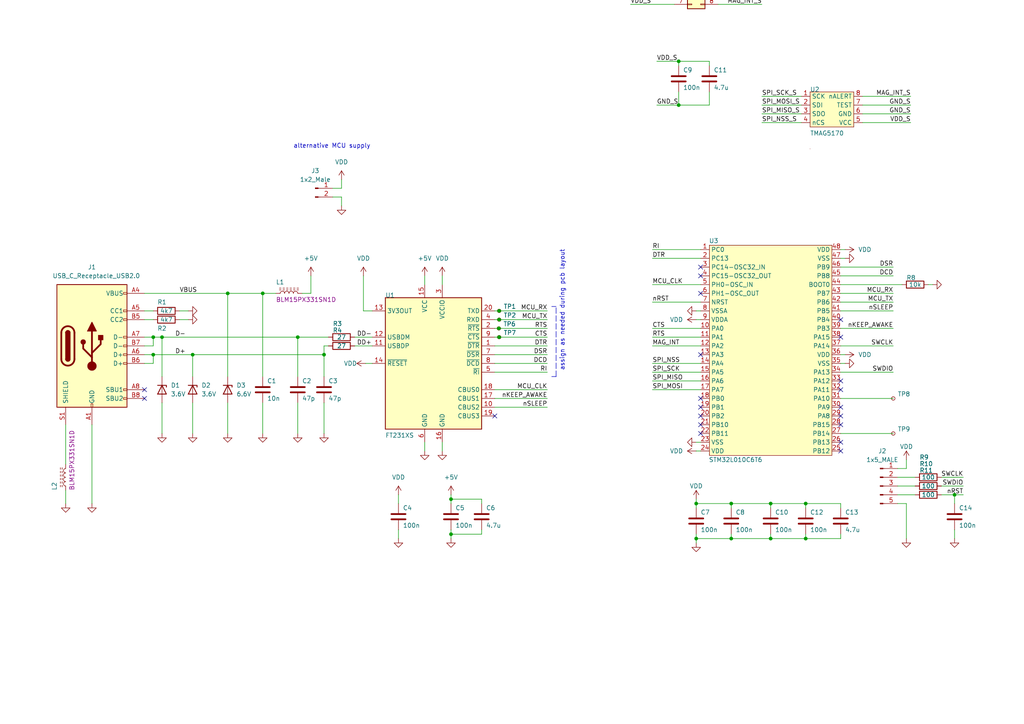
<source format=kicad_sch>
(kicad_sch (version 20211123) (generator eeschema)
  (paper "A4")
  (title_block (title "USB magnetometer") (date "2022-11-01") (rev "1.0") (company "AGH") (comment 1 "Wiktor Lechowicz"))
  (lib_symbols
    (symbol "Connector:Conn_01x02_Male" (pin_names (offset 1.016) hide)
      (property "Reference" "J" (at 0 2.54 0))
      (property "Value" "Conn_01x02_Male" (at 0 -5.08 0))
      (symbol "Conn_01x02_Male_1_1"
        (pin passive line (at 5.08 0 180) (length 3.81) (name "Pin_1") (number "1"))
        (pin passive line (at 5.08 -2.54 180) (length 3.81) (name "Pin_2") (number "2"))
      )
    )
    (symbol "Connector:Conn_01x05_Male" (pin_names (offset 1.016) hide)
      (property "Reference" "J" (at 0 7.62 0))
      (property "Value" "Conn_01x05_Male" (at 0 -7.62 0))
      (symbol "Conn_01x05_Male_1_1"
        (pin passive line (at 5.08 5.08 180) (length 3.81) (name "Pin_1") (number "1"))
        (pin passive line (at 5.08 2.54 180) (length 3.81) (name "Pin_2") (number "2"))
        (pin passive line (at 5.08 0 180) (length 3.81) (name "Pin_3") (number "3"))
        (pin passive line (at 5.08 -2.54 180) (length 3.81) (name "Pin_4") (number "4"))
        (pin passive line (at 5.08 -5.08 180) (length 3.81) (name "Pin_5") (number "5"))
      )
    )
    (symbol "Connector:TestPoint_Small" (pin_numbers hide) (pin_names (offset 0.762) hide)
      (property "Reference" "TP" (at 0 3.81 0))
      (property "Value" "TestPoint_Small" (at 0 2.032 0))
      (symbol "TestPoint_Small_1_1"
        (pin passive line (at 0 0 90) (length 0) (name "1") (number "1"))
      )
    )
    (symbol "Connector:USB_C_Receptacle_USB2.0" (pin_names (offset 1.016))
      (property "Reference" "J" (at -10.16 19.05 0))
      (property "Value" "USB_C_Receptacle_USB2.0" (at 19.05 19.05 0))
      (symbol "USB_C_Receptacle_USB2.0_1_1"
        (pin passive line (at 0 -22.86 90) (length 5.08) (name "GND") (number "A1"))
        (pin passive line (at 0 -22.86 90) (length 5.08) hide (name "GND") (number "A12"))
        (pin passive line (at 15.24 15.24 180) (length 5.08) (name "VBUS") (number "A4"))
        (pin bidirectional line (at 15.24 10.16 180) (length 5.08) (name "CC1") (number "A5"))
        (pin bidirectional line (at 15.24 -2.54 180) (length 5.08) (name "D+") (number "A6"))
        (pin bidirectional line (at 15.24 2.54 180) (length 5.08) (name "D-") (number "A7"))
        (pin bidirectional line (at 15.24 -12.7 180) (length 5.08) (name "SBU1") (number "A8"))
        (pin passive line (at 15.24 15.24 180) (length 5.08) hide (name "VBUS") (number "A9"))
        (pin passive line (at 0 -22.86 90) (length 5.08) hide (name "GND") (number "B1"))
        (pin passive line (at 0 -22.86 90) (length 5.08) hide (name "GND") (number "B12"))
        (pin passive line (at 15.24 15.24 180) (length 5.08) hide (name "VBUS") (number "B4"))
        (pin bidirectional line (at 15.24 7.62 180) (length 5.08) (name "CC2") (number "B5"))
        (pin bidirectional line (at 15.24 -5.08 180) (length 5.08) (name "D+") (number "B6"))
        (pin bidirectional line (at 15.24 0 180) (length 5.08) (name "D-") (number "B7"))
        (pin bidirectional line (at 15.24 -15.24 180) (length 5.08) (name "SBU2") (number "B8"))
        (pin passive line (at 15.24 15.24 180) (length 5.08) hide (name "VBUS") (number "B9"))
        (pin passive line (at -7.62 -22.86 90) (length 5.08) (name "SHIELD") (number "S1"))
      )
    )
    (symbol "Connector_Generic:Conn_02x04_Odd_Even" (pin_names (offset 1.016) hide)
      (property "Reference" "J" (at 1.27 5.08 0))
      (property "Value" "Conn_02x04_Odd_Even" (at 1.27 -7.62 0))
      (symbol "Conn_02x04_Odd_Even_1_1"
        (pin passive line (at -5.08 2.54 0) (length 3.81) (name "Pin_1") (number "1"))
        (pin passive line (at 7.62 2.54 180) (length 3.81) (name "Pin_2") (number "2"))
        (pin passive line (at -5.08 0 0) (length 3.81) (name "Pin_3") (number "3"))
        (pin passive line (at 7.62 0 180) (length 3.81) (name "Pin_4") (number "4"))
        (pin passive line (at -5.08 -2.54 0) (length 3.81) (name "Pin_5") (number "5"))
        (pin passive line (at 7.62 -2.54 180) (length 3.81) (name "Pin_6") (number "6"))
        (pin passive line (at -5.08 -5.08 0) (length 3.81) (name "Pin_7") (number "7"))
        (pin passive line (at 7.62 -5.08 180) (length 3.81) (name "Pin_8") (number "8"))
      )
    )
    (symbol "Device:C" (pin_numbers hide) (pin_names (offset 0.254))
      (property "Reference" "C" (at 0.635 2.54 0))
      (property "Value" "C" (at 0.635 -2.54 0))
      (symbol "C_1_1"
        (pin passive line (at 0 3.81 270) (length 2.794) (name "~") (number "1"))
        (pin passive line (at 0 -3.81 90) (length 2.794) (name "~") (number "2"))
      )
    )
    (symbol "Device:D_Zener" (pin_numbers hide) (pin_names (offset 1.016) hide)
      (property "Reference" "D" (at 0 2.54 0))
      (property "Value" "D_Zener" (at 0 -2.54 0))
      (symbol "D_Zener_1_1"
        (pin passive line (at -3.81 0 0) (length 2.54) (name "K") (number "1"))
        (pin passive line (at 3.81 0 180) (length 2.54) (name "A") (number "2"))
      )
    )
    (symbol "Device:L_Ferrite" (pin_numbers hide) (pin_names (offset 1.016) hide)
      (property "Reference" "L" (at -1.27 0 90))
      (property "Value" "L_Ferrite" (at 2.794 0 90))
      (symbol "L_Ferrite_1_1"
        (pin passive line (at 0 3.81 270) (length 1.27) (name "1") (number "1"))
        (pin passive line (at 0 -3.81 90) (length 1.27) (name "2") (number "2"))
      )
    )
    (symbol "Device:R" (pin_numbers hide) (pin_names (offset 0))
      (property "Reference" "R" (at 2.032 0 90))
      (property "Value" "R" (at 0 0 90))
      (symbol "R_1_1"
        (pin passive line (at 0 3.81 270) (length 1.27) (name "~") (number "1"))
        (pin passive line (at 0 -3.81 90) (length 1.27) (name "~") (number "2"))
      )
    )
    (symbol "Interface_USB:FT231XS"
      (property "Reference" "U" (at -13.97 20.32 0))
      (property "Value" "FT231XS" (at 7.62 20.32 0))
      (symbol "FT231XS_1_1"
        (pin output line (at 17.78 5.08 180) (length 3.81) (name "~{DTR}") (number "1"))
        (pin bidirectional line (at 17.78 -12.7 180) (length 3.81) (name "CBUS2") (number "10"))
        (pin bidirectional line (at -17.78 5.08 0) (length 3.81) (name "USBDP") (number "11"))
        (pin bidirectional line (at -17.78 7.62 0) (length 3.81) (name "USBDM") (number "12"))
        (pin power_out line (at -17.78 15.24 0) (length 3.81) (name "3V3OUT") (number "13"))
        (pin input line (at -17.78 0 0) (length 3.81) (name "~{RESET}") (number "14"))
        (pin power_in line (at -2.54 22.86 270) (length 3.81) (name "VCC") (number "15"))
        (pin power_in line (at 2.54 -22.86 90) (length 3.81) (name "GND") (number "16"))
        (pin bidirectional line (at 17.78 -10.16 180) (length 3.81) (name "CBUS1") (number "17"))
        (pin bidirectional line (at 17.78 -7.62 180) (length 3.81) (name "CBUS0") (number "18"))
        (pin bidirectional line (at 17.78 -15.24 180) (length 3.81) (name "CBUS3") (number "19"))
        (pin output line (at 17.78 10.16 180) (length 3.81) (name "~{RTS}") (number "2"))
        (pin output line (at 17.78 15.24 180) (length 3.81) (name "TXD") (number "20"))
        (pin power_in line (at 2.54 22.86 270) (length 3.81) (name "VCCIO") (number "3"))
        (pin input line (at 17.78 12.7 180) (length 3.81) (name "RXD") (number "4"))
        (pin input line (at 17.78 -2.54 180) (length 3.81) (name "~{RI}") (number "5"))
        (pin power_in line (at -2.54 -22.86 90) (length 3.81) (name "GND") (number "6"))
        (pin input line (at 17.78 2.54 180) (length 3.81) (name "~{DSR}") (number "7"))
        (pin input line (at 17.78 0 180) (length 3.81) (name "~{DCD}") (number "8"))
        (pin input line (at 17.78 7.62 180) (length 3.81) (name "~{CTS}") (number "9"))
      )
    )
    (symbol "power:+5V" (power) (pin_names (offset 0))
      (property "Value" "+5V" (at 0 3.556 0))
      (symbol "+5V_1_1"
        (pin power_in line (at 0 0 90) (length 0) hide (name "+5V") (number "1"))
      )
    )
    (symbol "power:GND" (power) (pin_names (offset 0))
      (property "Value" "GND" (at 0 -3.81 0))
      (symbol "GND_1_1"
        (pin power_in line (at 0 0 270) (length 0) hide (name "GND") (number "1"))
      )
    )
    (symbol "power:VDD" (power) (pin_names (offset 0))
      (property "Value" "VDD" (at 0 3.81 0))
      (symbol "VDD_1_1"
        (pin power_in line (at 0 0 90) (length 0) hide (name "VDD") (number "1"))
      )
    )
    (symbol "usb-magnetometer-lib:TMAG5170"
      (property "Reference" "U" (at -5.08 21.59 0))
      (property "Value" "TMAG5170" (at -5.08 8.89 0))
      (symbol "TMAG5170_1_1"
        (pin passive line (at -7.62 20.32 0) (length 2.54) (name "SCK") (number "1"))
        (pin passive line (at -7.62 17.78 0) (length 2.54) (name "SDI") (number "2"))
        (pin passive line (at -7.62 15.24 0) (length 2.54) (name "SDO") (number "3"))
        (pin passive line (at -7.62 12.7 0) (length 2.54) (name "nCS") (number "4"))
        (pin passive line (at 10.16 12.7 180) (length 2.54) (name "VCC") (number "5"))
        (pin passive line (at 10.16 15.24 180) (length 2.54) (name "GND") (number "6"))
        (pin passive line (at 10.16 17.78 180) (length 2.54) (name "TEST") (number "7"))
        (pin passive line (at 10.16 20.32 180) (length 2.54) (name "nALERT") (number "8"))
      )
    )
    (symbol "usb-magnetometer-lib:stm32l010c6t6"
      (property "Reference" "U" (at -16.51 30.48 0))
      (property "Value" "stm32l010c6t6" (at -16.51 -33.02 0))
      (symbol "stm32l010c6t6_1_1"
        (pin passive line (at -19.05 29.21 0) (length 2.54) (name "PC0") (number "1"))
        (pin passive line (at -19.05 6.35 0) (length 2.54) (name "PA0") (number "10"))
        (pin passive line (at -19.05 3.81 0) (length 2.54) (name "PA1") (number "11"))
        (pin passive line (at -19.05 1.27 0) (length 2.54) (name "PA2") (number "12"))
        (pin passive line (at -19.05 -1.27 0) (length 2.54) (name "PA3") (number "13"))
        (pin passive line (at -19.05 -3.81 0) (length 2.54) (name "PA4") (number "14"))
        (pin passive line (at -19.05 -6.35 0) (length 2.54) (name "PA5") (number "15"))
        (pin passive line (at -19.05 -8.89 0) (length 2.54) (name "PA6") (number "16"))
        (pin passive line (at -19.05 -11.43 0) (length 2.54) (name "PA7") (number "17"))
        (pin passive line (at -19.05 -13.97 0) (length 2.54) (name "PB0") (number "18"))
        (pin passive line (at -19.05 -16.51 0) (length 2.54) (name "PB1") (number "19"))
        (pin passive line (at -19.05 26.67 0) (length 2.54) (name "PC13") (number "2"))
        (pin passive line (at -19.05 -19.05 0) (length 2.54) (name "PB2") (number "20"))
        (pin passive line (at -19.05 -21.59 0) (length 2.54) (name "PB10") (number "21"))
        (pin passive line (at -19.05 -24.13 0) (length 2.54) (name "PB11") (number "22"))
        (pin passive line (at -19.05 -26.67 0) (length 2.54) (name "VSS") (number "23"))
        (pin passive line (at -19.05 -29.21 0) (length 2.54) (name "VDD") (number "24"))
        (pin passive line (at 21.59 -29.21 180) (length 2.54) (name "PB12") (number "25"))
        (pin passive line (at 21.59 -26.67 180) (length 2.54) (name "PB13") (number "26"))
        (pin passive line (at 21.59 -24.13 180) (length 2.54) (name "PB14") (number "27"))
        (pin passive line (at 21.59 -21.59 180) (length 2.54) (name "PB15") (number "28"))
        (pin passive line (at 21.59 -19.05 180) (length 2.54) (name "PA8") (number "29"))
        (pin passive line (at -19.05 24.13 0) (length 2.54) (name "PC14-OSC32_IN") (number "3"))
        (pin passive line (at 21.59 -16.51 180) (length 2.54) (name "PA9") (number "30"))
        (pin passive line (at 21.59 -13.97 180) (length 2.54) (name "PA10") (number "31"))
        (pin passive line (at 21.59 -11.43 180) (length 2.54) (name "PA11") (number "32"))
        (pin passive line (at 21.59 -8.89 180) (length 2.54) (name "PA12") (number "33"))
        (pin passive line (at 21.59 -6.35 180) (length 2.54) (name "PA13") (number "34"))
        (pin passive line (at 21.59 -3.81 180) (length 2.54) (name "VSS") (number "35"))
        (pin passive line (at 21.59 -1.27 180) (length 2.54) (name "VDD") (number "36"))
        (pin passive line (at 21.59 1.27 180) (length 2.54) (name "PA14") (number "37"))
        (pin passive line (at 21.59 3.81 180) (length 2.54) (name "PA15") (number "38"))
        (pin passive line (at 21.59 6.35 180) (length 2.54) (name "PB3") (number "39"))
        (pin passive line (at -19.05 21.59 0) (length 2.54) (name "PC15-OSC32_OUT") (number "4"))
        (pin passive line (at 21.59 8.89 180) (length 2.54) (name "PB4") (number "40"))
        (pin passive line (at 21.59 11.43 180) (length 2.54) (name "PB5") (number "41"))
        (pin passive line (at 21.59 13.97 180) (length 2.54) (name "PB6") (number "42"))
        (pin passive line (at 21.59 16.51 180) (length 2.54) (name "PB7") (number "43"))
        (pin passive line (at 21.59 19.05 180) (length 2.54) (name "BOOT0") (number "44"))
        (pin passive line (at 21.59 21.59 180) (length 2.54) (name "PB8") (number "45"))
        (pin passive line (at 21.59 24.13 180) (length 2.54) (name "PB9") (number "46"))
        (pin passive line (at 21.59 26.67 180) (length 2.54) (name "VSS") (number "47"))
        (pin passive line (at 21.59 29.21 180) (length 2.54) (name "VDD") (number "48"))
        (pin passive line (at -19.05 19.05 0) (length 2.54) (name "PH0-OSC_IN") (number "5"))
        (pin passive line (at -19.05 16.51 0) (length 2.54) (name "PH1-OSC_OUT") (number "6"))
        (pin passive line (at -19.05 13.97 0) (length 2.54) (name "NRST") (number "7"))
        (pin passive line (at -19.05 11.43 0) (length 2.54) (name "VSSA") (number "8"))
        (pin passive line (at -19.05 8.89 0) (length 2.54) (name "VDDA") (number "9"))
      )
    )
  )
  (junction (at 276.86 143.51))
  (junction (at 144.78 97.79))
  (junction (at 130.81 154.94))
  (junction (at 212.09 146.05))
  (junction (at 44.45 102.87))
  (junction (at 196.85 17.78))
  (junction (at 44.45 97.79))
  (junction (at 86.36 97.79))
  (junction (at 93.98 102.87))
  (junction (at 233.68 146.05))
  (junction (at 201.93 146.05))
  (junction (at 144.78 90.17))
  (junction (at 201.93 156.21))
  (junction (at 144.78 92.71))
  (junction (at 196.85 30.48))
  (junction (at 130.81 144.78))
  (junction (at 212.09 156.21))
  (junction (at 46.99 97.79))
  (junction (at 223.52 156.21))
  (junction (at 76.2 85.09))
  (junction (at 144.6877 95.25))
  (junction (at 223.52 146.05))
  (junction (at 233.68 156.21))
  (junction (at 66.04 85.09))
  (junction (at 55.88 102.87))
  (no_connect (at 243.84 110.49))
  (no_connect (at 243.84 118.11))
  (no_connect (at 143.51 120.65))
  (no_connect (at 243.84 120.65))
  (no_connect (at 203.2 85.09))
  (no_connect (at 243.84 92.71))
  (no_connect (at 243.84 97.79))
  (no_connect (at 203.2 115.57))
  (no_connect (at 203.2 120.65))
  (no_connect (at 203.2 125.73))
  (no_connect (at 243.84 113.03))
  (no_connect (at 203.2 102.87))
  (no_connect (at 243.84 128.27))
  (no_connect (at 203.2 77.47))
  (no_connect (at 203.2 80.01))
  (no_connect (at 203.2 123.19))
  (no_connect (at 41.91 113.03))
  (no_connect (at 243.84 123.19))
  (no_connect (at 203.2 118.11))
  (no_connect (at 243.84 130.81))
  (no_connect (at 41.91 115.57))
  (wire (pts (xy 201.93 92.71) (xy 203.2 92.71)))
  (wire (pts (xy 96.52 54.61) (xy 99.06 54.61)))
  (wire (pts (xy 223.52 146.05) (xy 223.52 147.32)))
  (wire (pts (xy 41.91 92.71) (xy 44.45 92.71)))
  (wire (pts (xy 220.98 27.94) (xy 232.41 27.94)))
  (wire (pts (xy 243.84 82.55) (xy 261.62 82.55)))
  (wire (pts (xy 205.74 17.78) (xy 205.74 19.05)))
  (wire (pts (xy 130.81 153.67) (xy 130.81 154.94)))
  (wire (pts (xy 260.35 143.51) (xy 265.43 143.51)))
  (wire (pts (xy 223.52 154.94) (xy 223.52 156.21)))
  (wire (pts (xy 243.84 102.87) (xy 245.11 102.87)))
  (wire (pts (xy 52.07 92.71) (xy 54.61 92.71)))
  (wire (pts (xy 143.51 92.71) (xy 144.78 92.71)))
  (wire (pts (xy 19.05 123.19) (xy 19.05 134.62)))
  (wire (pts (xy 143.51 97.79) (xy 144.78 97.79)))
  (wire (pts (xy 87.63 85.09) (xy 90.17 85.09)))
  (wire (pts (xy 46.99 97.79) (xy 86.36 97.79)))
  (wire (pts (xy 205.74 30.48) (xy 196.85 30.48)))
  (wire (pts (xy 81.28 -34.29) (xy 82.55 -34.29)))
  (wire (pts (xy 262.89 146.05) (xy 262.89 156.21)))
  (wire (pts (xy 201.93 130.81) (xy 203.2 130.81)))
  (wire (pts (xy 81.28 -36.83) (xy 92.71 -36.83)))
  (wire (pts (xy 96.52 57.15) (xy 99.06 57.15)))
  (wire (pts (xy 144.78 97.79) (xy 158.75 97.79)))
  (wire (pts (xy 208.28 1.27) (xy 220.98 1.27)))
  (wire (pts (xy 81.28 -31.75) (xy 82.55 -31.75)))
  (polyline (pts (xy 160.02 109.22) (xy 161.29 109.22)))
  (wire (pts (xy 81.28 -29.21) (xy 82.55 -29.21)))
  (wire (pts (xy 102.87 100.33) (xy 107.95 100.33)))
  (wire (pts (xy 76.2 85.09) (xy 76.2 109.22)))
  (wire (pts (xy 189.23 87.63) (xy 203.2 87.63)))
  (wire (pts (xy 139.7 144.78) (xy 139.7 146.05)))
  (wire (pts (xy 130.81 143.51) (xy 130.81 144.78)))
  (wire (pts (xy 190.5 30.48) (xy 196.85 30.48)))
  (wire (pts (xy 144.78 92.71) (xy 158.75 92.71)))
  (wire (pts (xy 189.23 74.93) (xy 203.2 74.93)))
  (wire (pts (xy 144.6877 95.25) (xy 158.75 95.25)))
  (wire (pts (xy 99.06 57.15) (xy 99.06 59.69)))
  (wire (pts (xy 66.04 85.09) (xy 76.2 85.09)))
  (wire (pts (xy 128.27 128.27) (xy 128.27 130.81)))
  (wire (pts (xy 201.93 147.32) (xy 201.93 146.05)))
  (wire (pts (xy 189.23 105.41) (xy 203.2 105.41)))
  (wire (pts (xy 46.99 97.79) (xy 46.99 109.22)))
  (wire (pts (xy 115.57 143.51) (xy 115.57 146.05)))
  (wire (pts (xy 182.88 -21.59) (xy 195.58 -21.59)))
  (wire (pts (xy 86.36 116.84) (xy 86.36 125.73)))
  (wire (pts (xy 105.41 80.01) (xy 105.41 90.17)))
  (wire (pts (xy 130.81 144.78) (xy 130.81 146.05)))
  (wire (pts (xy 52.07 90.17) (xy 54.61 90.17)))
  (wire (pts (xy 269.24 82.55) (xy 270.51 82.55)))
  (wire (pts (xy 276.86 143.51) (xy 276.86 146.05)))
  (wire (pts (xy 106.045 105.41) (xy 107.95 105.41)))
  (wire (pts (xy 44.45 105.41) (xy 44.45 102.87)))
  (wire (pts (xy 189.23 95.25) (xy 203.2 95.25)))
  (wire (pts (xy 76.2 85.09) (xy 80.01 85.09)))
  (wire (pts (xy 182.88 -6.35) (xy 195.58 -6.35)))
  (wire (pts (xy 243.84 95.25) (xy 259.08 95.25)))
  (wire (pts (xy 189.23 82.55) (xy 203.2 82.55)))
  (wire (pts (xy 66.04 116.84) (xy 66.04 125.73)))
  (wire (pts (xy 55.88 102.87) (xy 55.88 109.22)))
  (wire (pts (xy 208.28 -24.13) (xy 220.98 -24.13)))
  (wire (pts (xy 58.42 -34.29) (xy 68.58 -34.29)))
  (wire (pts (xy 182.88 -19.05) (xy 195.58 -19.05)))
  (wire (pts (xy 93.98 116.84) (xy 93.98 125.73)))
  (wire (pts (xy 208.28 -6.35) (xy 220.98 -6.35)))
  (wire (pts (xy 189.23 107.95) (xy 203.2 107.95)))
  (wire (pts (xy 132.08 -16.51) (xy 142.24 -16.51)))
  (wire (pts (xy 44.45 97.79) (xy 46.99 97.79)))
  (wire (pts (xy 233.68 154.94) (xy 233.68 156.21)))
  (wire (pts (xy 41.91 85.09) (xy 66.04 85.09)))
  (wire (pts (xy 143.51 105.41) (xy 158.75 105.41)))
  (wire (pts (xy 143.51 115.57) (xy 158.75 115.57)))
  (wire (pts (xy 66.04 85.09) (xy 66.04 109.22)))
  (wire (pts (xy 262.89 135.89) (xy 262.89 133.35)))
  (wire (pts (xy 182.88 1.27) (xy 195.58 1.27)))
  (wire (pts (xy 273.05 140.97) (xy 279.4 140.97)))
  (wire (pts (xy 196.85 30.48) (xy 196.85 26.67)))
  (wire (pts (xy 260.35 135.89) (xy 262.89 135.89)))
  (wire (pts (xy 128.27 80.01) (xy 128.27 82.55)))
  (wire (pts (xy 260.35 138.43) (xy 265.43 138.43)))
  (wire (pts (xy 58.42 -31.75) (xy 68.58 -31.75)))
  (wire (pts (xy 189.23 100.33) (xy 203.2 100.33)))
  (wire (pts (xy 132.08 -19.05) (xy 142.24 -19.05)))
  (wire (pts (xy 86.36 97.79) (xy 86.36 109.22)))
  (wire (pts (xy 201.93 90.17) (xy 203.2 90.17)))
  (wire (pts (xy 107.95 90.17) (xy 105.41 90.17)))
  (wire (pts (xy 58.42 -29.21) (xy 68.58 -29.21)))
  (wire (pts (xy 189.23 110.49) (xy 203.2 110.49)))
  (wire (pts (xy 208.28 -3.81) (xy 220.98 -3.81)))
  (wire (pts (xy 143.51 95.25) (xy 144.6877 95.25)))
  (wire (pts (xy 233.68 156.21) (xy 243.84 156.21)))
  (wire (pts (xy 132.08 -21.59) (xy 142.24 -21.59)))
  (wire (pts (xy 208.28 -21.59) (xy 220.98 -21.59)))
  (wire (pts (xy 243.84 125.73) (xy 259.08 125.73)))
  (wire (pts (xy 182.88 -3.81) (xy 195.58 -3.81)))
  (wire (pts (xy 44.45 102.87) (xy 55.88 102.87)))
  (wire (pts (xy 190.5 17.78) (xy 196.85 17.78)))
  (wire (pts (xy 201.93 128.27) (xy 203.2 128.27)))
  (wire (pts (xy 243.84 85.09) (xy 259.08 85.09)))
  (wire (pts (xy 132.08 -24.13) (xy 142.24 -24.13)))
  (wire (pts (xy 44.45 97.79) (xy 41.91 97.79)))
  (wire (pts (xy 201.93 156.21) (xy 212.09 156.21)))
  (wire (pts (xy 102.87 97.79) (xy 107.95 97.79)))
  (wire (pts (xy 243.84 105.41) (xy 245.11 105.41)))
  (wire (pts (xy 143.51 113.03) (xy 158.75 113.03)))
  (wire (pts (xy 143.51 102.87) (xy 158.75 102.87)))
  (polyline (pts (xy 161.29 109.22) (xy 161.29 88.9)))
  (wire (pts (xy 130.81 144.78) (xy 139.7 144.78)))
  (wire (pts (xy 144.78 90.17) (xy 158.75 90.17)))
  (wire (pts (xy 243.84 156.21) (xy 243.84 154.94)))
  (wire (pts (xy 76.2 116.84) (xy 76.2 125.73)))
  (wire (pts (xy 250.19 27.94) (xy 264.16 27.94)))
  (wire (pts (xy 154.94 -16.51) (xy 165.1 -16.51)))
  (wire (pts (xy 220.98 35.56) (xy 232.41 35.56)))
  (wire (pts (xy 143.51 100.33) (xy 158.75 100.33)))
  (wire (pts (xy 123.19 80.01) (xy 123.19 82.55)))
  (wire (pts (xy 201.93 144.78) (xy 201.93 146.05)))
  (wire (pts (xy 154.94 -24.13) (xy 165.1 -24.13)))
  (wire (pts (xy 55.88 116.84) (xy 55.88 125.73)))
  (wire (pts (xy 123.19 128.27) (xy 123.19 130.81)))
  (wire (pts (xy 189.23 113.03) (xy 203.2 113.03)))
  (wire (pts (xy 233.68 146.05) (xy 243.84 146.05)))
  (polyline (pts (xy 160.02 88.9) (xy 161.29 88.9)))
  (wire (pts (xy 41.91 90.17) (xy 44.45 90.17)))
  (wire (pts (xy 189.23 97.79) (xy 203.2 97.79)))
  (wire (pts (xy 44.45 100.33) (xy 44.45 97.79)))
  (wire (pts (xy 115.57 153.67) (xy 115.57 156.21)))
  (wire (pts (xy 233.68 146.05) (xy 233.68 147.32)))
  (wire (pts (xy 276.86 153.67) (xy 276.86 156.21)))
  (wire (pts (xy 243.84 80.01) (xy 259.08 80.01)))
  (wire (pts (xy 273.05 138.43) (xy 279.4 138.43)))
  (wire (pts (xy 90.17 85.09) (xy 90.17 80.01)))
  (wire (pts (xy 250.19 30.48) (xy 264.16 30.48)))
  (wire (pts (xy 243.84 87.63) (xy 259.08 87.63)))
  (wire (pts (xy 93.98 102.87) (xy 93.98 109.22)))
  (wire (pts (xy 196.85 17.78) (xy 196.85 19.05)))
  (wire (pts (xy 130.81 154.94) (xy 130.81 156.21)))
  (wire (pts (xy 139.7 154.94) (xy 130.81 154.94)))
  (wire (pts (xy 41.91 102.87) (xy 44.45 102.87)))
  (wire (pts (xy 93.98 100.33) (xy 95.25 100.33)))
  (wire (pts (xy 212.09 146.05) (xy 212.09 147.32)))
  (wire (pts (xy 243.84 77.47) (xy 259.08 77.47)))
  (wire (pts (xy 260.35 140.97) (xy 265.43 140.97)))
  (wire (pts (xy 19.05 142.24) (xy 19.05 146.05)))
  (wire (pts (xy 143.51 118.11) (xy 158.75 118.11)))
  (wire (pts (xy 220.98 30.48) (xy 232.41 30.48)))
  (wire (pts (xy 243.84 72.39) (xy 245.11 72.39)))
  (wire (pts (xy 208.28 -16.51) (xy 220.98 -16.51)))
  (wire (pts (xy 250.19 33.02) (xy 264.16 33.02)))
  (wire (pts (xy 189.23 72.39) (xy 203.2 72.39)))
  (wire (pts (xy 55.88 102.87) (xy 93.98 102.87)))
  (wire (pts (xy 220.98 33.02) (xy 232.41 33.02)))
  (wire (pts (xy 46.99 116.84) (xy 46.99 125.73)))
  (wire (pts (xy 86.36 97.79) (xy 95.25 97.79)))
  (wire (pts (xy 41.91 105.41) (xy 44.45 105.41)))
  (wire (pts (xy 205.74 30.48) (xy 205.74 26.67)))
  (wire (pts (xy 182.88 -16.51) (xy 195.58 -16.51)))
  (wire (pts (xy 196.85 17.78) (xy 205.74 17.78)))
  (wire (pts (xy 223.52 146.05) (xy 233.68 146.05)))
  (wire (pts (xy 243.84 115.57) (xy 259.08 115.57)))
  (wire (pts (xy 273.05 143.51) (xy 276.86 143.51)))
  (wire (pts (xy 143.51 107.95) (xy 158.75 107.95)))
  (wire (pts (xy 92.71 -52.07) (xy 92.71 -50.8)))
  (wire (pts (xy 276.86 143.51) (xy 279.4 143.51)))
  (wire (pts (xy 243.84 100.33) (xy 259.08 100.33)))
  (wire (pts (xy 99.06 54.61) (xy 99.06 52.07)))
  (wire (pts (xy 223.52 156.21) (xy 233.68 156.21)))
  (wire (pts (xy 243.84 107.95) (xy 259.08 107.95)))
  (wire (pts (xy 243.84 74.93) (xy 245.11 74.93)))
  (wire (pts (xy 93.98 100.33) (xy 93.98 102.87)))
  (wire (pts (xy 41.91 100.33) (xy 44.45 100.33)))
  (wire (pts (xy 260.35 146.05) (xy 262.89 146.05)))
  (wire (pts (xy 212.09 156.21) (xy 223.52 156.21)))
  (wire (pts (xy 243.84 90.17) (xy 259.08 90.17)))
  (wire (pts (xy 212.09 154.94) (xy 212.09 156.21)))
  (wire (pts (xy 250.19 35.56) (xy 264.16 35.56)))
  (wire (pts (xy 154.94 -21.59) (xy 165.1 -21.59)))
  (wire (pts (xy 212.09 146.05) (xy 223.52 146.05)))
  (wire (pts (xy 139.7 153.67) (xy 139.7 154.94)))
  (wire (pts (xy 92.71 -43.18) (xy 92.71 -36.83)))
  (wire (pts (xy 58.42 -36.83) (xy 68.58 -36.83)))
  (wire (pts (xy 208.28 -1.27) (xy 220.98 -1.27)))
  (wire (pts (xy 201.93 156.21) (xy 201.93 157.48)))
  (wire (pts (xy 243.84 146.05) (xy 243.84 147.32)))
  (wire (pts (xy 143.51 90.17) (xy 144.78 90.17)))
  (wire (pts (xy 201.93 154.94) (xy 201.93 156.21)))
  (wire (pts (xy 26.67 123.19) (xy 26.67 146.05)))
  (wire (pts (xy 182.88 -24.13) (xy 195.58 -24.13)))
  (wire (pts (xy 208.28 -19.05) (xy 220.98 -19.05)))
  (wire (pts (xy 154.94 -19.05) (xy 165.1 -19.05)))
  (wire (pts (xy 182.88 -1.27) (xy 195.58 -1.27)))
  (wire (pts (xy 201.93 146.05) (xy 212.09 146.05)))
  (text "assign as needed during pcb layout" (at 163.83 72.39 270) (effects (font (size 1.27 1.27)) (justify right bottom)))
  (text "alternative MCU supply" (at 85.09 43.18 0) (effects (font (size 1.27 1.27)) (justify left bottom)))
  (label "SPI_NSS" (at 165.1 -19.05 180))
  (label "MCU_CLK" (at 189.23 82.55 0))
  (label "RTS" (at 189.23 97.79 0))
  (label "nSLEEP" (at 259.08 90.17 180))
  (label "SPI_MOSI" (at 132.08 -21.59 0))
  (label "SPI_MISO_S" (at 220.98 33.02 0))
  (label "RI" (at 158.75 107.95 180))
  (label "SPI_MISO" (at 165.1 -21.59 180))
  (label "DD+" (at 103.505 100.33 0))
  (label "VBUS" (at 52.07 85.09 0))
  (label "MAG_INT" (at 90.17 -36.83 180))
  (label "VDD_S" (at 264.16 35.56 180))
  (label "DCD" (at 259.08 80.01 180))
  (label "SPI_NSS_S" (at 182.88 -6.35 0))
  (label "SWDIO" (at 259.08 107.95 180))
  (label "SPI_MOSI_S" (at 220.98 -19.05 180))
  (label "SPI_MOSI" (at 189.23 113.03 0))
  (label "VDD_S" (at 182.88 1.27 0))
  (label "MCU_RX" (at 259.08 85.09 180))
  (label "DD-" (at 103.505 97.79 0))
  (label "SPI_MISO" (at 58.42 -31.75 0))
  (label "CTS" (at 158.75 97.79 180))
  (label "CTS" (at 189.23 95.25 0))
  (label "SPI_MISO_S" (at 182.88 -19.05 0))
  (label "GND_S" (at 190.5 30.48 0))
  (label "MAG_INT_S" (at 264.16 27.94 180))
  (label "SPI_SCK" (at 132.08 -24.13 0))
  (label "GND_S" (at 182.88 -3.81 0))
  (label "MAG_INT_S" (at 220.98 1.27 180))
  (label "SPI_NSS" (at 58.42 -36.83 0))
  (label "DCD" (at 158.75 105.41 180))
  (label "RTS" (at 158.75 95.25 180))
  (label "GND_S" (at 182.88 -16.51 0))
  (label "nKEEP_AWAKE" (at 259.08 95.25 180))
  (label "MCU_CLK" (at 158.75 113.03 180))
  (label "DTR" (at 189.23 74.93 0))
  (label "SPI_SCK" (at 189.23 107.95 0))
  (label "SPI_MOSI_S" (at 220.98 30.48 0))
  (label "SPI_MOSI_S" (at 220.98 -3.81 180))
  (label "nKEEP_AWAKE" (at 158.75 115.57 180))
  (label "SPI_NSS_S" (at 220.98 35.56 0))
  (label "nSLEEP" (at 158.75 118.11 180))
  (label "SWCLK" (at 259.08 100.33 180))
  (label "nRST" (at 279.4 143.51 180))
  (label "MCU_TX" (at 259.08 87.63 180))
  (label "SWDIO" (at 279.4 140.97 180))
  (label "DSR" (at 259.08 77.47 180))
  (label "MAG_INT_S" (at 182.88 -24.13 0))
  (label "MCU_TX" (at 158.75 92.71 180))
  (label "RI" (at 189.23 72.39 0))
  (label "GND_S" (at 264.16 30.48 180))
  (label "D+" (at 50.8 102.87 0))
  (label "SPI_SCK_S" (at 220.98 -1.27 180))
  (label "GND_S" (at 264.16 33.02 180))
  (label "GND_S" (at 182.88 -1.27 0))
  (label "DSR" (at 158.75 102.87 180))
  (label "SWCLK" (at 279.4 138.43 180))
  (label "DTR" (at 158.75 100.33 180))
  (label "SPI_NSS_S" (at 182.88 -21.59 0))
  (label "VDD_S" (at 190.5 17.78 0))
  (label "nRST" (at 189.23 87.63 0))
  (label "D-" (at 50.8 97.79 0))
  (label "SPI_NSS" (at 189.23 105.41 0))
  (label "VDD_S" (at 220.98 -24.13 180))
  (label "SPI_MISO_S" (at 220.98 -6.35 180))
  (label "SPI_MOSI" (at 58.42 -29.21 0))
  (label "SPI_SCK_S" (at 220.98 -16.51 180))
  (label "GND_S" (at 220.98 -21.59 180))
  (label "SPI_SCK" (at 58.42 -34.29 0))
  (label "MAG_INT" (at 165.1 -16.51 180))
  (label "MCU_RX" (at 158.75 90.17 180))
  (label "SPI_MISO" (at 189.23 110.49 0))
  (label "MAG_INT" (at 189.23 100.33 0))
  (label "SPI_SCK_S" (at 220.98 27.94 0))
  (symbol (lib_id "power:GND") (at 270.51 82.55 90) (mirror x) (unit 1)
    (property "Reference" "#PWR036" (effects hide))
    (property "Value" "GND" (effects hide))
  )
  (symbol (lib_id "power:VDD") (at 262.89 133.35 0) (unit 1)
    (property "Reference" "#PWR039" (effects hide))
    (property "Value" "VDD" (at 262.89 129.54 0))
  )
  (symbol (lib_id "power:GND") (at 201.93 157.48 0) (mirror y) (unit 1)
    (property "Reference" "#PWR028" (effects hide))
    (property "Value" "GND" (effects hide))
  )
  (symbol (lib_id "Connector:Conn_01x02_Male") (at 91.44 54.61 0) (unit 1)
    (property "Reference" "J3" (at 91.44 49.53 0))
    (property "Value" "1x2_Male" (at 91.44 52.07 0))
    (property "Footprint" "Connector_PinHeader_2.54mm:PinHeader_1x02_P2.54mm_Vertical" (effects hide))
    (property "Datasheet" "*" (effects hide))
    (property "MPN" "*" (effects hide))
  )
  (symbol (lib_id "power:GND") (at 201.93 90.17 270) (mirror x) (unit 1)
    (property "Reference" "#PWR023" (effects hide))
    (property "Value" "GND" (effects hide))
  )
  (symbol (lib_id "Connector_Generic:Conn_02x04_Odd_Even") (at 200.66 -3.81 0) (unit 1)
    (property "Reference" "J6" (at 201.93 -12.7 0))
    (property "Value" "Conn_02x04_Odd_Even" (at 201.93 -10.16 0))
    (property "Footprint" "Connector_PinHeader_1.00mm:PinHeader_2x04_P1.00mm_Vertical" (effects hide))
    (property "Datasheet" "https://pl.farnell.com/hirose-hrs/fh12-8s-0-5sh-55/connector-fpc-ffc-smt-0-5mm-8/dp/2300387?ost=fh12-8s-0.5sh" (effects hide))
  )
  (symbol (lib_id "Device:R") (at 99.06 100.33 90) (unit 1)
    (property "Reference" "R4" (at 96.52 96.52 90) (effects (justify right top)))
    (property "Value" "27" (at 99.06 100.33 90))
    (property "Footprint" "Resistor_SMD:R_0402_1005Metric_Pad0.72x0.64mm_HandSolder" (effects hide))
    (property "MPN" "RC0402JR-0727RL" (effects hide))
  )
  (symbol (lib_id "Device:C") (at 223.52 151.13 0) (unit 1)
    (property "Reference" "C10" (at 224.79 148.59 0) (effects (justify left)))
    (property "Value" "100n" (at 224.79 153.67 0) (effects (justify left)))
    (property "Footprint" "Capacitor_SMD:C_0402_1005Metric_Pad0.74x0.62mm_HandSolder" (effects hide))
    (property "MPN" "CL05A104KP5NNNC" (effects hide))
  )
  (symbol (lib_id "Connector:TestPoint_Small") (at 144.6877 95.25 0) (unit 1)
    (property "Reference" "TP6" (at 145.9577 93.9799 0) (effects (justify left)))
    (property "Value" "TestPoint_Small" (effects hide))
    (property "Footprint" "TestPoint:TestPoint_Pad_D1.0mm" (effects hide))
  )
  (symbol (lib_id "power:GND") (at 55.88 125.73 0) (mirror y) (unit 1)
    (property "Reference" "#PWR05" (effects hide))
    (property "Value" "GND" (effects hide))
  )
  (symbol (lib_id "Device:C") (at 243.84 151.13 0) (unit 1)
    (property "Reference" "C13" (at 245.11 148.59 0) (effects (justify left)))
    (property "Value" "4.7u" (at 245.11 153.67 0) (effects (justify left)))
    (property "Footprint" "Capacitor_SMD:C_0402_1005Metric_Pad0.74x0.62mm_HandSolder" (effects hide))
    (property "MPN" "CL05A475MP5NRNC" (effects hide))
  )
  (symbol (lib_id "Connector:USB_C_Receptacle_USB2.0") (at 26.67 100.33 0) (unit 1)
    (property "Reference" "J1" (at 26.67 77.47 0))
    (property "Value" "USB_C_Receptacle_USB2.0" (at 27.94 80.01 0))
    (property "Footprint" "Connector_USB:USB_C_Receptacle_JAE_DX07S016JA1R1500" (effects hide))
    (property "Datasheet" "https://eu.mouser.com/ProductDetail/JAE-Electronics/DX07S016JA1R1500?qs=GBLSl2Akirucb2YMMGCxCQ%3D%3D" (effects hide))
    (property "MPN" "DX07S016JA1R1500" (effects hide))
  )
  (symbol (lib_id "usb-magnetometer-lib:TMAG5170") (at 240.03 48.26 0) (unit 1)
    (property "Reference" "U2" (at 234.95 26.67 0) (effects (justify left bottom)))
    (property "Value" "TMAG5170" (at 234.95 39.37 0) (effects (justify left bottom)))
    (property "Footprint" "Package_SO:VSSOP-8_3.0x3.0mm_P0.65mm" (effects hide))
    (property "Datasheet" "https://www.ti.com/general/docs/suppproductinfo.tsp?distId=26&gotoUrl=https://www.ti.com/lit/gpn/tmag5170-q1" (effects hide))
    (property "MPN" "TMAG5170A1EDGKRQ1" (effects hide))
  )
  (symbol (lib_id "Connector:TestPoint_Small") (at 259.08 125.73 0) (unit 1)
    (property "Reference" "TP9" (at 260.35 124.4599 0) (effects (justify left)))
    (property "Value" "TestPoint_Small" (effects hide))
    (property "Footprint" "TestPoint:TestPoint_Pad_D1.0mm" (effects hide))
  )
  (symbol (lib_id "Connector:TestPoint_Small") (at 144.78 92.71 0) (unit 1)
    (property "Reference" "TP2" (at 146.05 91.4399 0) (effects (justify left)))
    (property "Value" "TestPoint_Small" (effects hide))
    (property "Footprint" "TestPoint:TestPoint_Pad_D1.0mm" (effects hide))
  )
  (symbol (lib_id "power:GND") (at 245.11 74.93 90) (mirror x) (unit 1)
    (property "Reference" "#PWR035" (effects hide))
    (property "Value" "GND" (effects hide))
  )
  (symbol (lib_id "power:VDD") (at 99.06 52.07 0) (unit 1)
    (property "Reference" "#PWR021" (effects hide))
    (property "Value" "VDD" (at 99.06 46.99 0))
  )
  (symbol (lib_id "power:GND") (at 123.19 130.81 0) (mirror y) (unit 1)
    (property "Reference" "#PWR016" (effects hide))
    (property "Value" "GND" (effects hide))
  )
  (symbol (lib_id "Interface_USB:FT231XS") (at 125.73 105.41 0) (unit 1)
    (property "Reference" "U1" (at 111.76 86.36 0) (effects (justify left bottom)))
    (property "Value" "FT231XS" (at 111.76 127 0) (effects (justify left bottom)))
    (property "Footprint" "Package_SO:SSOP-20_3.9x8.7mm_P0.635mm" (effects hide))
    (property "Datasheet" "https://www.ftdichip.com/Support/Documents/DataSheets/ICs/DS_FT231X.pdf" (effects hide))
    (property "MPN" "FT231XS-R" (effects hide))
  )
  (symbol (lib_id "power:GND") (at 54.61 90.17 90) (mirror x) (unit 1)
    (property "Reference" "#PWR03" (effects hide))
    (property "Value" "GND" (effects hide))
  )
  (symbol (lib_id "power:+5V") (at 130.81 143.51 0) (unit 1)
    (property "Reference" "#PWR019" (effects hide))
    (property "Value" "+5V" (at 130.81 138.43 0))
  )
  (symbol (lib_id "power:GND") (at 130.81 156.21 0) (mirror y) (unit 1)
    (property "Reference" "#PWR020" (effects hide))
    (property "Value" "GND" (effects hide))
  )
  (symbol (lib_id "power:GND") (at 245.11 105.41 90) (mirror x) (unit 1)
    (property "Reference" "#PWR038" (effects hide))
    (property "Value" "GND" (effects hide))
  )
  (symbol (lib_id "Device:R") (at 99.06 97.79 90) (unit 1)
    (property "Reference" "R3" (at 96.52 94.615 90) (effects (justify right top)))
    (property "Value" "27" (at 99.06 97.79 90))
    (property "Footprint" "Resistor_SMD:R_0402_1005Metric_Pad0.72x0.64mm_HandSolder" (effects hide))
    (property "MPN" "RC0402JR-0727RL" (effects hide))
  )
  (symbol (lib_id "power:VDD") (at 106.045 105.41 90) (unit 1)
    (property "Reference" "#PWR012" (effects hide))
    (property "Value" "VDD" (at 99.695 105.41 90) (effects (justify right)))
  )
  (symbol (lib_id "power:GND") (at 82.55 -31.75 90) (mirror x) (unit 1)
    (property "Reference" "#PWR0105" (effects hide))
    (property "Value" "GND" (effects hide))
  )
  (symbol (lib_id "Connector_Generic:Conn_02x04_Odd_Even") (at 147.32 -21.59 0) (unit 1)
    (property "Reference" "J5" (at 148.59 -30.48 0))
    (property "Value" "Conn_02x04_Odd_Even" (at 148.59 -27.94 0))
    (property "Footprint" "Connector_FFC-FPC:Hirose_FH12-8S-0.5SH_1x08-1MP_P0.50mm_Horizontal" (effects hide))
    (property "Datasheet" "https://pl.farnell.com/hirose-hrs/fh12-8s-0-5sh-55/connector-fpc-ffc-smt-0-5mm-8/dp/2300387?ost=fh12-8s-0.5sh" (effects hide))
  )
  (symbol (lib_id "power:GND") (at 76.2 125.73 0) (mirror y) (unit 1)
    (property "Reference" "#PWR07" (effects hide))
    (property "Value" "GND" (effects hide))
  )
  (symbol (lib_id "power:VDD") (at 245.11 72.39 270) (unit 1)
    (property "Reference" "#PWR034" (effects hide))
    (property "Value" "VDD" (at 248.92 72.3899 90) (effects (justify left)))
  )
  (symbol (lib_id "power:GND") (at 276.86 156.21 0) (mirror y) (unit 1)
    (property "Reference" "#PWR041" (effects hide))
    (property "Value" "GND" (effects hide))
  )
  (symbol (lib_id "Device:C") (at 139.7 149.86 0) (unit 1)
    (property "Reference" "C6" (at 140.97 147.32 0) (effects (justify left)))
    (property "Value" "4.7u" (at 140.97 152.4 0) (effects (justify left)))
    (property "Footprint" "Capacitor_SMD:C_0402_1005Metric_Pad0.74x0.62mm_HandSolder" (effects hide))
    (property "MPN" "CL05A475MP5NRNC" (effects hide))
  )
  (symbol (lib_id "Device:R") (at 265.43 82.55 90) (unit 1)
    (property "Reference" "R8" (at 262.89 81.28 90) (effects (justify right top)))
    (property "Value" "10k" (at 265.43 82.55 90))
    (property "Footprint" "Resistor_SMD:R_0402_1005Metric_Pad0.72x0.64mm_HandSolder" (effects hide))
    (property "MPN" "RC0402FR-0710KL" (effects hide))
  )
  (symbol (lib_id "Device:R") (at 48.26 90.17 270) (unit 1)
    (property "Reference" "R1" (at 46.99 87.63 90))
    (property "Value" "4k7" (at 48.26 90.17 90))
    (property "Footprint" "Resistor_SMD:R_0402_1005Metric_Pad0.72x0.64mm_HandSolder" (effects hide))
    (property "MPN" "RC0402JR-134K7L" (effects hide))
  )
  (symbol (lib_id "power:GND") (at 54.61 92.71 90) (mirror x) (unit 1)
    (property "Reference" "#PWR04" (effects hide))
    (property "Value" "GND" (effects hide))
  )
  (symbol (lib_id "Device:C") (at 196.85 22.86 0) (unit 1)
    (property "Reference" "C9" (at 198.12 20.32 0) (effects (justify left)))
    (property "Value" "100n" (at 198.12 25.4 0) (effects (justify left)))
    (property "Footprint" "Capacitor_SMD:C_0402_1005Metric_Pad0.74x0.62mm_HandSolder" (effects hide))
    (property "MPN" "CL05A104KP5NNNC" (effects hide))
  )
  (symbol (lib_id "Device:R") (at 269.24 143.51 90) (unit 1)
    (property "Reference" "R11" (at 266.7 137.16 90) (effects (justify right top)))
    (property "Value" "100" (at 269.24 143.51 90))
    (property "Footprint" "Resistor_SMD:R_0402_1005Metric_Pad0.72x0.64mm_HandSolder" (effects hide))
    (property "MPN" "RC0402FR-07100R" (effects hide))
  )
  (symbol (lib_id "power:VDD") (at 132.08 -16.51 90) (mirror x) (unit 1)
    (property "Reference" "#PWR0111" (effects hide))
    (property "Value" "VDD" (at 128.27 -16.5101 90) (effects (justify left)))
  )
  (symbol (lib_id "Device:R") (at 269.24 138.43 90) (unit 1)
    (property "Reference" "R9" (at 266.7 133.35 90) (effects (justify right top)))
    (property "Value" "100" (at 269.24 138.43 90))
    (property "Footprint" "Resistor_SMD:R_0402_1005Metric_Pad0.72x0.64mm_HandSolder" (effects hide))
    (property "MPN" "RC0402FR-07100R" (effects hide))
  )
  (symbol (lib_id "power:VDD") (at 128.27 80.01 0) (unit 1)
    (property "Reference" "#PWR017" (effects hide))
    (property "Value" "VDD" (at 128.27 74.93 0))
  )
  (symbol (lib_id "Device:R") (at 269.24 140.97 90) (unit 1)
    (property "Reference" "R10" (at 266.7 135.255 90) (effects (justify right top)))
    (property "Value" "100" (at 269.24 140.97 90))
    (property "Footprint" "Resistor_SMD:R_0402_1005Metric_Pad0.72x0.64mm_HandSolder" (effects hide))
    (property "MPN" "RC0402FR-07100R" (effects hide))
  )
  (symbol (lib_id "Device:C") (at 115.57 149.86 0) (unit 1)
    (property "Reference" "C4" (at 116.84 147.32 0) (effects (justify left)))
    (property "Value" "100n" (at 116.84 152.4 0) (effects (justify left)))
    (property "Footprint" "Capacitor_SMD:C_0402_1005Metric_Pad0.74x0.62mm_HandSolder" (effects hide))
    (property "MPN" "CL05A104KP5NNNC" (effects hide))
  )
  (symbol (lib_id "power:VDD") (at 245.11 102.87 270) (unit 1)
    (property "Reference" "#PWR037" (effects hide))
    (property "Value" "VDD" (at 248.92 102.8699 90) (effects (justify left)))
  )
  (symbol (lib_id "Device:R") (at 48.26 92.71 270) (unit 1)
    (property "Reference" "R2" (at 46.99 95.25 90))
    (property "Value" "4k7" (at 48.26 92.71 90))
    (property "Footprint" "Resistor_SMD:R_0402_1005Metric_Pad0.72x0.64mm_HandSolder" (effects hide))
    (property "MPN" "RC0402JR-134K7L" (effects hide))
  )
  (symbol (lib_id "power:+5V") (at 90.17 80.01 0) (unit 1)
    (property "Reference" "#PWR09" (effects hide))
    (property "Value" "+5V" (at 90.17 74.93 0))
  )
  (symbol (lib_id "Connector_Generic:Conn_02x04_Odd_Even") (at 73.66 -34.29 0) (unit 1)
    (property "Reference" "J7" (at 74.93 -43.18 0))
    (property "Value" "Conn_02x04_Odd_Even" (at 74.93 -40.64 0))
    (property "Footprint" "Connector_PinHeader_1.00mm:PinHeader_2x04_P1.00mm_Vertical" (effects hide))
    (property "Datasheet" "https://pl.farnell.com/hirose-hrs/fh12-8s-0-5sh-55/connector-fpc-ffc-smt-0-5mm-8/dp/2300387?ost=fh12-8s-0.5sh" (effects hide))
  )
  (symbol (lib_id "Device:C") (at 201.93 151.13 0) (unit 1)
    (property "Reference" "C7" (at 203.2 148.59 0) (effects (justify left)))
    (property "Value" "100n" (at 203.2 153.67 0) (effects (justify left)))
    (property "Footprint" "Capacitor_SMD:C_0402_1005Metric_Pad0.74x0.62mm_HandSolder" (effects hide))
    (property "MPN" "CL05A104KP5NNNC" (effects hide))
  )
  (symbol (lib_id "power:GND") (at 115.57 156.21 0) (mirror y) (unit 1)
    (property "Reference" "#PWR014" (effects hide))
    (property "Value" "GND" (effects hide))
  )
  (symbol (lib_id "power:GND") (at 82.55 -34.29 90) (mirror x) (unit 1)
    (property "Reference" "#PWR0104" (effects hide))
    (property "Value" "GND" (effects hide))
  )
  (symbol (lib_id "Device:D_Zener") (at 66.04 113.03 270) (unit 1)
    (property "Reference" "D3" (at 68.58 111.7599 90) (effects (justify left)))
    (property "Value" "6.6V" (at 68.58 114.2999 90) (effects (justify left)))
    (property "Footprint" "Diode_SMD:D_SOD-323_HandSoldering" (effects hide))
    (property "Datasheet" "https://www.tme.eu/Document/99ebf153a8ec3a4bad09c586928d2a28/esd3z5v0.pdf" (effects hide))
    (property "MPN" "ESD3Z5V0" (effects hide))
  )
  (symbol (lib_id "Connector:TestPoint_Small") (at 259.08 115.57 0) (unit 1)
    (property "Reference" "TP8" (at 260.35 114.2999 0) (effects (justify left)))
    (property "Value" "TestPoint_Small" (effects hide))
    (property "Footprint" "TestPoint:TestPoint_Pad_D1.0mm" (effects hide))
  )
  (symbol (lib_id "Connector_Generic:Conn_02x04_Odd_Even") (at 200.66 -21.59 0) (unit 1)
    (property "Reference" "J4" (at 201.93 -30.48 0))
    (property "Value" "Conn_02x04_Odd_Even" (at 201.93 -27.94 0))
    (property "Footprint" "Connector_FFC-FPC:Hirose_FH12-8S-0.5SH_1x08-1MP_P0.50mm_Horizontal" (effects hide))
    (property "Datasheet" "https://pl.farnell.com/hirose-hrs/fh12-8s-0-5sh-55/connector-fpc-ffc-smt-0-5mm-8/dp/2300387?ost=fh12-8s-0.5sh" (effects hide))
  )
  (symbol (lib_id "power:GND") (at 132.08 -19.05 270) (mirror x) (unit 1)
    (property "Reference" "#PWR0112" (effects hide))
    (property "Value" "GND" (effects hide))
  )
  (symbol (lib_id "usb-magnetometer-lib:stm32l010c6t6") (at 222.25 101.6 0) (unit 1)
    (property "Reference" "U3" (at 207.01 69.85 0))
    (property "Value" "STM32L010C6T6" (at 213.36 133.35 0))
    (property "Footprint" "Package_QFP:LQFP-48_7x7mm_P0.5mm" (effects hide))
    (property "Datasheet" "https://www.mouser.pl/datasheet/2/389/dm00440567-1799328.pdf" (effects hide))
    (property "MPN" "STM32L010C6T6" (effects hide))
  )
  (symbol (lib_id "power:GND") (at 262.89 156.21 0) (mirror y) (unit 1)
    (property "Reference" "#PWR040" (effects hide))
    (property "Value" "GND" (effects hide))
  )
  (symbol (lib_id "Connector:Conn_01x05_Male") (at 255.27 140.97 0) (unit 1)
    (property "Reference" "J2" (at 255.905 130.81 0))
    (property "Value" "1x5_MALE" (at 255.905 133.35 0))
    (property "Footprint" "Connector_PinHeader_2.54mm:PinHeader_1x05_P2.54mm_Vertical" (effects hide))
    (property "Datasheet" "*" (effects hide))
    (property "MPN" "*" (effects hide))
  )
  (symbol (lib_id "power:GND") (at 201.93 128.27 270) (mirror x) (unit 1)
    (property "Reference" "#PWR025" (effects hide))
    (property "Value" "GND" (effects hide))
  )
  (symbol (lib_id "power:VDD") (at 201.93 92.71 90) (unit 1)
    (property "Reference" "#PWR024" (effects hide))
    (property "Value" "VDD" (at 198.12 92.7101 90) (effects (justify left)))
  )
  (symbol (lib_id "Device:C") (at 130.81 149.86 0) (unit 1)
    (property "Reference" "C5" (at 132.08 147.32 0) (effects (justify left)))
    (property "Value" "100n" (at 132.08 152.4 0) (effects (justify left)))
    (property "Footprint" "Capacitor_SMD:C_0402_1005Metric_Pad0.74x0.62mm_HandSolder" (effects hide))
    (property "MPN" "CL05A104KP5NNNC" (effects hide))
  )
  (symbol (lib_id "Device:C") (at 86.36 113.03 0) (unit 1)
    (property "Reference" "C2" (at 87.63 110.49 0) (effects (justify left)))
    (property "Value" "47p" (at 87.63 115.57 0) (effects (justify left)))
    (property "Footprint" "Capacitor_SMD:C_0402_1005Metric_Pad0.74x0.62mm_HandSolder" (effects hide))
    (property "MPN" "CC0402JRNPO8BN470" (effects hide))
  )
  (symbol (lib_id "power:GND") (at 86.36 125.73 0) (mirror y) (unit 1)
    (property "Reference" "#PWR08" (effects hide))
    (property "Value" "GND" (effects hide))
  )
  (symbol (lib_id "Connector:TestPoint_Small") (at 144.78 97.79 0) (unit 1)
    (property "Reference" "TP7" (at 146.05 96.5199 0) (effects (justify left)))
    (property "Value" "TestPoint_Small" (effects hide))
    (property "Footprint" "TestPoint:TestPoint_Pad_D1.0mm" (effects hide))
  )
  (symbol (lib_id "Device:C") (at 205.74 22.86 0) (unit 1)
    (property "Reference" "C11" (at 207.01 20.32 0) (effects (justify left)))
    (property "Value" "4.7u" (at 207.01 25.4 0) (effects (justify left)))
    (property "Footprint" "Capacitor_SMD:C_0402_1005Metric_Pad0.74x0.62mm_HandSolder" (effects hide))
    (property "MPN" "CL05A475MP5NRNC" (effects hide))
  )
  (symbol (lib_id "power:GND") (at 93.98 125.73 0) (mirror y) (unit 1)
    (property "Reference" "#PWR010" (effects hide))
    (property "Value" "GND" (effects hide))
  )
  (symbol (lib_id "power:VDD") (at 201.93 144.78 0) (unit 1)
    (property "Reference" "#PWR027" (effects hide))
    (property "Value" "VDD" (at 201.93 140.97 0))
  )
  (symbol (lib_id "Device:C") (at 233.68 151.13 0) (unit 1)
    (property "Reference" "C12" (at 234.95 148.59 0) (effects (justify left)))
    (property "Value" "100n" (at 234.95 153.67 0) (effects (justify left)))
    (property "Footprint" "Capacitor_SMD:C_0402_1005Metric_Pad0.74x0.62mm_HandSolder" (effects hide))
    (property "MPN" "CL05A104KP5NNNC" (effects hide))
  )
  (symbol (lib_id "Device:R") (at 92.71 -46.99 180) (unit 1)
    (property "Reference" "R7" (at 91.44 -44.45 90) (effects (justify right top)))
    (property "Value" "10k" (at 92.71 -46.99 90))
    (property "Footprint" "Resistor_SMD:R_0402_1005Metric_Pad0.72x0.64mm_HandSolder" (effects hide))
    (property "MPN" "RC0402FR-0710KL" (effects hide))
  )
  (symbol (lib_id "Device:C") (at 276.86 149.86 0) (unit 1)
    (property "Reference" "C14" (at 278.13 147.32 0) (effects (justify left)))
    (property "Value" "100n" (at 278.13 152.4 0) (effects (justify left)))
    (property "Footprint" "Capacitor_SMD:C_0402_1005Metric_Pad0.74x0.62mm_HandSolder" (effects hide))
    (property "MPN" "CL05A104KP5NNNC" (effects hide))
  )
  (symbol (lib_id "power:GND") (at 165.1 -24.13 90) (mirror x) (unit 1)
    (property "Reference" "#PWR0110" (effects hide))
    (property "Value" "GND" (effects hide))
  )
  (symbol (lib_id "Device:L_Ferrite") (at 19.05 138.43 180) (unit 1)
    (property "Reference" "L2" (at 16.51 142.24 90) (effects (justify right top)))
    (property "Value" "L_Ferrite" (effects hide))
    (property "Footprint" "Resistor_SMD:R_0402_1005Metric_Pad0.72x0.64mm_HandSolder" (effects hide))
    (property "Datasheet" "https://www.murata.com/en-us/api/pdfdownloadapi?cate=cgsubChipFerriBead&partno=BLM15PX331SN1%23" (effects hide))
    (property "MPN" "BLM15PX331SN1D" (at 21.59 142.24 90) (effects (justify right top)))
  )
  (symbol (lib_id "Connector:TestPoint_Small") (at 144.78 90.17 0) (unit 1)
    (property "Reference" "TP1" (at 146.05 88.8999 0) (effects (justify left)))
    (property "Value" "TestPoint_Small" (effects hide))
    (property "Footprint" "TestPoint:TestPoint_Pad_D1.0mm" (effects hide))
  )
  (symbol (lib_id "power:GND") (at 26.67 146.05 0) (mirror y) (unit 1)
    (property "Reference" "#PWR01" (effects hide))
    (property "Value" "GND" (effects hide))
  )
  (symbol (lib_id "Device:C") (at 212.09 151.13 0) (unit 1)
    (property "Reference" "C8" (at 213.36 148.59 0) (effects (justify left)))
    (property "Value" "100n" (at 213.36 153.67 0) (effects (justify left)))
    (property "Footprint" "Capacitor_SMD:C_0402_1005Metric_Pad0.74x0.62mm_HandSolder" (effects hide))
    (property "MPN" "CL05A104KP5NNNC" (effects hide))
  )
  (symbol (lib_id "power:GND") (at 128.27 130.81 0) (mirror y) (unit 1)
    (property "Reference" "#PWR018" (effects hide))
    (property "Value" "GND" (effects hide))
  )
  (symbol (lib_id "power:VDD") (at 82.55 -29.21 270) (mirror x) (unit 1)
    (property "Reference" "#PWR0106" (effects hide))
    (property "Value" "VDD" (at 86.36 -29.2099 90) (effects (justify left)))
  )
  (symbol (lib_id "power:GND") (at 19.05 146.05 0) (mirror y) (unit 1)
    (property "Reference" "#PWR042" (effects hide))
    (property "Value" "GND" (effects hide))
  )
  (symbol (lib_id "Device:D_Zener") (at 55.88 113.03 270) (unit 1)
    (property "Reference" "D2" (at 58.42 111.7599 90) (effects (justify left)))
    (property "Value" "3.6V" (at 58.42 114.2999 90) (effects (justify left)))
    (property "Footprint" "Package_SON:X1SON" (effects hide))
    (property "Datasheet" "https://www.ti.com/general/docs/suppproductinfo.tsp?distId=26&gotoUrl=https://www.ti.com/lit/gpn/esd321" (effects hide))
    (property "MPN" "ESD321DPYR" (effects hide))
  )
  (symbol (lib_id "power:GND") (at 66.04 125.73 0) (mirror y) (unit 1)
    (property "Reference" "#PWR06" (effects hide))
    (property "Value" "GND" (effects hide))
  )
  (symbol (lib_id "power:GND") (at 46.99 125.73 0) (mirror y) (unit 1)
    (property "Reference" "#PWR02" (effects hide))
    (property "Value" "GND" (effects hide))
  )
  (symbol (lib_id "Device:L_Ferrite") (at 83.82 85.09 90) (unit 1)
    (property "Reference" "L1" (at 80.01 82.55 90) (effects (justify right top)))
    (property "Value" "L_Ferrite" (effects hide))
    (property "Footprint" "Resistor_SMD:R_0402_1005Metric_Pad0.72x0.64mm_HandSolder" (effects hide))
    (property "Datasheet" "https://www.murata.com/en-us/api/pdfdownloadapi?cate=cgsubChipFerriBead&partno=BLM15PX331SN1%23" (effects hide))
    (property "MPN" "BLM15PX331SN1D" (at 80.01 87.63 90) (effects (justify right top)))
  )
  (symbol (lib_id "Device:C") (at 93.98 113.03 0) (unit 1)
    (property "Reference" "C3" (at 95.25 110.49 0) (effects (justify left)))
    (property "Value" "47p" (at 95.25 115.57 0) (effects (justify left)))
    (property "Footprint" "Capacitor_SMD:C_0402_1005Metric_Pad0.74x0.62mm_HandSolder" (effects hide))
    (property "MPN" "CC0402JRNPO8BN470" (effects hide))
  )
  (symbol (lib_id "power:VDD") (at 201.93 130.81 90) (unit 1)
    (property "Reference" "#PWR026" (effects hide))
    (property "Value" "VDD" (at 198.12 130.8101 90) (effects (justify left)))
  )
  (symbol (lib_id "power:GND") (at 99.06 59.69 0) (mirror y) (unit 1)
    (property "Reference" "#PWR022" (effects hide))
    (property "Value" "GND" (effects hide))
  )
  (symbol (lib_id "power:VDD") (at 105.41 80.01 0) (unit 1)
    (property "Reference" "#PWR011" (effects hide))
    (property "Value" "VDD" (at 105.41 74.93 0))
  )
  (symbol (lib_id "power:VDD") (at 92.71 -52.07 0) (mirror y) (unit 1)
    (property "Reference" "#PWR033" (effects hide))
    (property "Value" "VDD" (at 92.71 -55.88 0))
  )
  (symbol (lib_id "Device:C") (at 76.2 113.03 0) (unit 1)
    (property "Reference" "C1" (at 77.47 110.49 0) (effects (justify left)))
    (property "Value" "10n" (at 77.47 115.57 0) (effects (justify left)))
    (property "Footprint" "Capacitor_SMD:C_0402_1005Metric_Pad0.74x0.62mm_HandSolder" (effects hide))
    (property "MPN" "VJ0402Y103JXQCW1BC" (effects hide))
  )
  (symbol (lib_id "Device:D_Zener") (at 46.99 113.03 270) (unit 1)
    (property "Reference" "D1" (at 49.53 111.7599 90) (effects (justify left)))
    (property "Value" "3.6V" (at 49.53 114.2999 90) (effects (justify left)))
    (property "Footprint" "Package_SON:X1SON" (effects hide))
    (property "Datasheet" "https://www.ti.com/general/docs/suppproductinfo.tsp?distId=26&gotoUrl=https://www.ti.com/lit/gpn/esd321" (effects hide))
    (property "MPN" "ESD321DPYR" (effects hide))
  )
  (symbol (lib_id "power:+5V") (at 123.19 80.01 0) (unit 1)
    (property "Reference" "#PWR015" (effects hide))
    (property "Value" "+5V" (at 123.19 74.93 0))
  )
  (symbol (lib_id "power:VDD") (at 115.57 143.51 0) (unit 1)
    (property "Reference" "#PWR013" (effects hide))
    (property "Value" "VDD" (at 115.57 138.43 0))
  )
)
</source>
